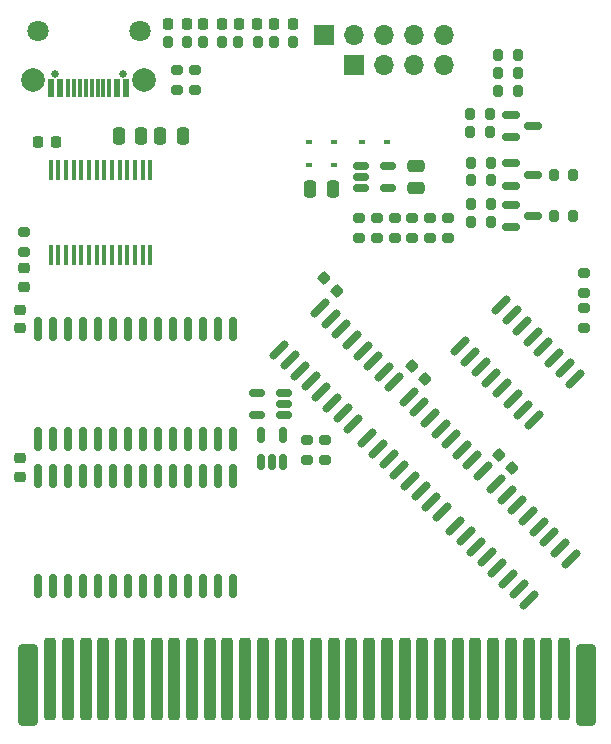
<source format=gbr>
%TF.GenerationSoftware,KiCad,Pcbnew,6.0.7-5.fc37*%
%TF.CreationDate,2022-11-14T12:33:56+01:00*%
%TF.ProjectId,GameboyTestCartridge,47616d65-626f-4795-9465-737443617274,rev?*%
%TF.SameCoordinates,PX9b72ec0PY876bf80*%
%TF.FileFunction,Soldermask,Top*%
%TF.FilePolarity,Negative*%
%FSLAX46Y46*%
G04 Gerber Fmt 4.6, Leading zero omitted, Abs format (unit mm)*
G04 Created by KiCad (PCBNEW 6.0.7-5.fc37) date 2022-11-14 12:33:56*
%MOMM*%
%LPD*%
G01*
G04 APERTURE LIST*
G04 Aperture macros list*
%AMRoundRect*
0 Rectangle with rounded corners*
0 $1 Rounding radius*
0 $2 $3 $4 $5 $6 $7 $8 $9 X,Y pos of 4 corners*
0 Add a 4 corners polygon primitive as box body*
4,1,4,$2,$3,$4,$5,$6,$7,$8,$9,$2,$3,0*
0 Add four circle primitives for the rounded corners*
1,1,$1+$1,$2,$3*
1,1,$1+$1,$4,$5*
1,1,$1+$1,$6,$7*
1,1,$1+$1,$8,$9*
0 Add four rect primitives between the rounded corners*
20,1,$1+$1,$2,$3,$4,$5,0*
20,1,$1+$1,$4,$5,$6,$7,0*
20,1,$1+$1,$6,$7,$8,$9,0*
20,1,$1+$1,$8,$9,$2,$3,0*%
G04 Aperture macros list end*
%ADD10RoundRect,0.150000X0.150000X-0.875000X0.150000X0.875000X-0.150000X0.875000X-0.150000X-0.875000X0*%
%ADD11RoundRect,0.150000X-0.477297X-0.689429X0.689429X0.477297X0.477297X0.689429X-0.689429X-0.477297X0*%
%ADD12RoundRect,0.200000X0.200000X0.275000X-0.200000X0.275000X-0.200000X-0.275000X0.200000X-0.275000X0*%
%ADD13RoundRect,0.200000X-0.275000X0.200000X-0.275000X-0.200000X0.275000X-0.200000X0.275000X0.200000X0*%
%ADD14RoundRect,0.200000X-0.200000X-0.275000X0.200000X-0.275000X0.200000X0.275000X-0.200000X0.275000X0*%
%ADD15RoundRect,0.225000X0.335876X0.017678X0.017678X0.335876X-0.335876X-0.017678X-0.017678X-0.335876X0*%
%ADD16RoundRect,0.225000X0.250000X-0.225000X0.250000X0.225000X-0.250000X0.225000X-0.250000X-0.225000X0*%
%ADD17RoundRect,0.250000X-0.250000X-0.475000X0.250000X-0.475000X0.250000X0.475000X-0.250000X0.475000X0*%
%ADD18RoundRect,0.218750X-0.218750X-0.256250X0.218750X-0.256250X0.218750X0.256250X-0.218750X0.256250X0*%
%ADD19R,1.700000X1.700000*%
%ADD20O,1.700000X1.700000*%
%ADD21RoundRect,0.200000X0.275000X-0.200000X0.275000X0.200000X-0.275000X0.200000X-0.275000X-0.200000X0*%
%ADD22RoundRect,0.150000X0.150000X-0.512500X0.150000X0.512500X-0.150000X0.512500X-0.150000X-0.512500X0*%
%ADD23RoundRect,0.150000X-0.587500X-0.150000X0.587500X-0.150000X0.587500X0.150000X-0.587500X0.150000X0*%
%ADD24R,0.600000X0.450000*%
%ADD25RoundRect,0.250000X-0.475000X0.250000X-0.475000X-0.250000X0.475000X-0.250000X0.475000X0.250000X0*%
%ADD26C,0.650000*%
%ADD27R,0.600000X1.500000*%
%ADD28R,0.300000X1.500000*%
%ADD29C,2.000000*%
%ADD30C,1.800000*%
%ADD31RoundRect,0.225000X-0.250000X0.225000X-0.250000X-0.225000X0.250000X-0.225000X0.250000X0.225000X0*%
%ADD32RoundRect,0.250000X0.250000X0.475000X-0.250000X0.475000X-0.250000X-0.475000X0.250000X-0.475000X0*%
%ADD33RoundRect,0.225000X-0.225000X-0.250000X0.225000X-0.250000X0.225000X0.250000X-0.225000X0.250000X0*%
%ADD34RoundRect,0.437500X-0.437500X-3.062500X0.437500X-3.062500X0.437500X3.062500X-0.437500X3.062500X0*%
%ADD35RoundRect,0.250000X-0.250000X-3.250000X0.250000X-3.250000X0.250000X3.250000X-0.250000X3.250000X0*%
%ADD36R,0.450000X1.750000*%
%ADD37RoundRect,0.150000X-0.512500X-0.150000X0.512500X-0.150000X0.512500X0.150000X-0.512500X0.150000X0*%
%ADD38RoundRect,0.150000X0.512500X0.150000X-0.512500X0.150000X-0.512500X-0.150000X0.512500X-0.150000X0*%
G04 APERTURE END LIST*
D10*
%TO.C,U1*%
X2245000Y12350000D03*
X3515000Y12350000D03*
X4785000Y12350000D03*
X6055000Y12350000D03*
X7325000Y12350000D03*
X8595000Y12350000D03*
X9865000Y12350000D03*
X11135000Y12350000D03*
X12405000Y12350000D03*
X13675000Y12350000D03*
X14945000Y12350000D03*
X16215000Y12350000D03*
X17485000Y12350000D03*
X18755000Y12350000D03*
X18755000Y21650000D03*
X17485000Y21650000D03*
X16215000Y21650000D03*
X14945000Y21650000D03*
X13675000Y21650000D03*
X12405000Y21650000D03*
X11135000Y21650000D03*
X9865000Y21650000D03*
X8595000Y21650000D03*
X7325000Y21650000D03*
X6055000Y21650000D03*
X4785000Y21650000D03*
X3515000Y21650000D03*
X2245000Y21650000D03*
%TD*%
D11*
%TO.C,U8*%
X37906821Y32693000D03*
X38804847Y31794975D03*
X39702872Y30896949D03*
X40600898Y29998924D03*
X41498924Y29100898D03*
X42396949Y28202872D03*
X43294975Y27304847D03*
X44193000Y26406821D03*
X47693179Y29907000D03*
X46795153Y30805025D03*
X45897128Y31703051D03*
X44999102Y32601076D03*
X44101076Y33499102D03*
X43203051Y34397128D03*
X42305025Y35295153D03*
X41407000Y36193179D03*
%TD*%
D12*
%TO.C,R28*%
X42825000Y54300000D03*
X41175000Y54300000D03*
%TD*%
D13*
%TO.C,R11*%
X36900000Y43525000D03*
X36900000Y41875000D03*
%TD*%
%TO.C,R17*%
X29400000Y43525000D03*
X29400000Y41875000D03*
%TD*%
D12*
%TO.C,R26*%
X42825000Y57300000D03*
X41175000Y57300000D03*
%TD*%
D14*
%TO.C,R3*%
X16175000Y58400000D03*
X17825000Y58400000D03*
%TD*%
D13*
%TO.C,R14*%
X33900000Y43525000D03*
X33900000Y41875000D03*
%TD*%
D15*
%TO.C,C6*%
X35000000Y29900000D03*
X33903984Y30996016D03*
%TD*%
D13*
%TO.C,R15*%
X48400000Y38850000D03*
X48400000Y37200000D03*
%TD*%
%TO.C,R1*%
X1000000Y42325000D03*
X1000000Y40675000D03*
%TD*%
D16*
%TO.C,C4*%
X700000Y34225000D03*
X700000Y35775000D03*
%TD*%
D17*
%TO.C,C2*%
X9050000Y50500000D03*
X10950000Y50500000D03*
%TD*%
D18*
%TO.C,D3*%
X19212500Y60000000D03*
X20787500Y60000000D03*
%TD*%
D12*
%TO.C,R23*%
X47525000Y43715751D03*
X45875000Y43715751D03*
%TD*%
D14*
%TO.C,R9*%
X38800000Y52300000D03*
X40450000Y52300000D03*
%TD*%
%TO.C,R4*%
X19175000Y58400000D03*
X20825000Y58400000D03*
%TD*%
D11*
%TO.C,U6*%
X37509872Y17490128D03*
X38407898Y16592103D03*
X39305923Y15694077D03*
X40203949Y14796052D03*
X41101975Y13898026D03*
X42000000Y13000000D03*
X42898026Y12101975D03*
X43796051Y11203949D03*
X47296230Y14704128D03*
X46398204Y15602153D03*
X45500179Y16500179D03*
X44602153Y17398204D03*
X43704127Y18296230D03*
X42806102Y19194256D03*
X41908076Y20092281D03*
X41010051Y20990307D03*
%TD*%
D13*
%TO.C,R19*%
X30900000Y43525000D03*
X30900000Y41875000D03*
%TD*%
%TO.C,R10*%
X32400000Y43525000D03*
X32400000Y41875000D03*
%TD*%
D19*
%TO.C,J1*%
X26425000Y59000000D03*
D20*
X28965000Y59000000D03*
X31505000Y59000000D03*
X34045000Y59000000D03*
X36585000Y59000000D03*
%TD*%
D18*
%TO.C,D2*%
X16212500Y60000000D03*
X17787500Y60000000D03*
%TD*%
D21*
%TO.C,R25*%
X15500000Y54375000D03*
X15500000Y56025000D03*
%TD*%
D22*
%TO.C,U3*%
X21050000Y22862500D03*
X22000000Y22862500D03*
X22950000Y22862500D03*
X22950000Y25137500D03*
X21050000Y25137500D03*
%TD*%
D12*
%TO.C,R22*%
X40525000Y43215751D03*
X38875000Y43215751D03*
%TD*%
D18*
%TO.C,D1*%
X13212500Y60000000D03*
X14787500Y60000000D03*
%TD*%
D14*
%TO.C,R21*%
X38875000Y44715751D03*
X40525000Y44715751D03*
%TD*%
D23*
%TO.C,Q3*%
X42262500Y44665751D03*
X42262500Y42765751D03*
X44137500Y43715751D03*
%TD*%
D24*
%TO.C,D7*%
X29650000Y50000000D03*
X31750000Y50000000D03*
%TD*%
D25*
%TO.C,C9*%
X34200000Y47950000D03*
X34200000Y46050000D03*
%TD*%
D14*
%TO.C,R16*%
X38875000Y48215751D03*
X40525000Y48215751D03*
%TD*%
D26*
%TO.C,J3*%
X3610000Y55750000D03*
X9390000Y55750000D03*
D27*
X3300000Y54500000D03*
X9700000Y54500000D03*
X4100000Y54500000D03*
X8900000Y54500000D03*
D28*
X7750000Y54500000D03*
X6750000Y54500000D03*
X6250000Y54500000D03*
X5250000Y54500000D03*
X4750000Y54500000D03*
X5750000Y54500000D03*
X7250000Y54500000D03*
X8250000Y54500000D03*
D29*
X11200000Y55250000D03*
X1800000Y55250000D03*
D30*
X2180000Y59400000D03*
X10820000Y59400000D03*
%TD*%
D31*
%TO.C,C1*%
X1000000Y39275000D03*
X1000000Y37725000D03*
%TD*%
D14*
%TO.C,R5*%
X22175000Y58400000D03*
X23825000Y58400000D03*
%TD*%
D23*
%TO.C,Q1*%
X42250000Y52265751D03*
X42250000Y50365751D03*
X44125000Y51315751D03*
%TD*%
D15*
%TO.C,C5*%
X27548008Y37351992D03*
X26451992Y38448008D03*
%TD*%
D10*
%TO.C,U2*%
X2245000Y24850000D03*
X3515000Y24850000D03*
X4785000Y24850000D03*
X6055000Y24850000D03*
X7325000Y24850000D03*
X8595000Y24850000D03*
X9865000Y24850000D03*
X11135000Y24850000D03*
X12405000Y24850000D03*
X13675000Y24850000D03*
X14945000Y24850000D03*
X16215000Y24850000D03*
X17485000Y24850000D03*
X18755000Y24850000D03*
X18755000Y34150000D03*
X17485000Y34150000D03*
X16215000Y34150000D03*
X14945000Y34150000D03*
X13675000Y34150000D03*
X12405000Y34150000D03*
X11135000Y34150000D03*
X9865000Y34150000D03*
X8595000Y34150000D03*
X7325000Y34150000D03*
X6055000Y34150000D03*
X4785000Y34150000D03*
X3515000Y34150000D03*
X2245000Y34150000D03*
%TD*%
D13*
%TO.C,R6*%
X25000000Y24725000D03*
X25000000Y23075000D03*
%TD*%
D21*
%TO.C,R24*%
X14000000Y54375000D03*
X14000000Y56025000D03*
%TD*%
D32*
%TO.C,C8*%
X27150000Y46000000D03*
X25250000Y46000000D03*
%TD*%
D33*
%TO.C,C10*%
X2225000Y50000000D03*
X3775000Y50000000D03*
%TD*%
D23*
%TO.C,Q2*%
X42262500Y48165751D03*
X42262500Y46265751D03*
X44137500Y47215751D03*
%TD*%
D11*
%TO.C,U5*%
X30106821Y24893000D03*
X31004847Y23994975D03*
X31902872Y23096949D03*
X32800898Y22198924D03*
X33698924Y21300898D03*
X34596949Y20402872D03*
X35494975Y19504847D03*
X36393000Y18606821D03*
X39893179Y22107000D03*
X38995153Y23005025D03*
X38097128Y23903051D03*
X37199102Y24801076D03*
X36301076Y25699102D03*
X35403051Y26597128D03*
X34505025Y27495153D03*
X33607000Y28393179D03*
%TD*%
D19*
%TO.C,J2*%
X28965000Y56460000D03*
D20*
X31505000Y56460000D03*
X34045000Y56460000D03*
X36585000Y56460000D03*
%TD*%
D12*
%TO.C,R27*%
X42825000Y55800000D03*
X41175000Y55800000D03*
%TD*%
D32*
%TO.C,C11*%
X14450000Y50500000D03*
X12550000Y50500000D03*
%TD*%
D34*
%TO.C,J4*%
X1375000Y4000000D03*
D35*
X3250000Y4500000D03*
X4750000Y4500000D03*
X6250000Y4500000D03*
X7750000Y4500000D03*
X9250000Y4500000D03*
X10750000Y4500000D03*
X12250000Y4500000D03*
X13750000Y4500000D03*
X15250000Y4500000D03*
X16750000Y4500000D03*
X18250000Y4500000D03*
X19750000Y4500000D03*
X21250000Y4500000D03*
X22750000Y4500000D03*
X24250000Y4500000D03*
X25750000Y4500000D03*
X27250000Y4500000D03*
X28750000Y4500000D03*
X30250000Y4500000D03*
X31750000Y4500000D03*
X33250000Y4500000D03*
X34750000Y4500000D03*
X36250000Y4500000D03*
X37750000Y4500000D03*
X39250000Y4500000D03*
X40750000Y4500000D03*
X42250000Y4500000D03*
X43750000Y4500000D03*
X45250000Y4500000D03*
X46750000Y4500000D03*
D34*
X48625000Y4000000D03*
%TD*%
D15*
%TO.C,C7*%
X42300000Y22400000D03*
X41203984Y23496016D03*
%TD*%
D24*
%TO.C,D6*%
X27250000Y48000000D03*
X25150000Y48000000D03*
%TD*%
D12*
%TO.C,R20*%
X47525000Y47215751D03*
X45875000Y47215751D03*
%TD*%
D14*
%TO.C,R7*%
X38800000Y50800000D03*
X40450000Y50800000D03*
%TD*%
D16*
%TO.C,C3*%
X700000Y21625000D03*
X700000Y23175000D03*
%TD*%
D24*
%TO.C,D5*%
X27250000Y50000000D03*
X25150000Y50000000D03*
%TD*%
D36*
%TO.C,U7*%
X3275000Y40400000D03*
X3925000Y40400000D03*
X4575000Y40400000D03*
X5225000Y40400000D03*
X5875000Y40400000D03*
X6525000Y40400000D03*
X7175000Y40400000D03*
X7825000Y40400000D03*
X8475000Y40400000D03*
X9125000Y40400000D03*
X9775000Y40400000D03*
X10425000Y40400000D03*
X11075000Y40400000D03*
X11725000Y40400000D03*
X11725000Y47600000D03*
X11075000Y47600000D03*
X10425000Y47600000D03*
X9775000Y47600000D03*
X9125000Y47600000D03*
X8475000Y47600000D03*
X7825000Y47600000D03*
X7175000Y47600000D03*
X6525000Y47600000D03*
X5875000Y47600000D03*
X5225000Y47600000D03*
X4575000Y47600000D03*
X3925000Y47600000D03*
X3275000Y47600000D03*
%TD*%
D21*
%TO.C,R13*%
X48400000Y34250000D03*
X48400000Y35900000D03*
%TD*%
D13*
%TO.C,R12*%
X35400000Y43525000D03*
X35400000Y41875000D03*
%TD*%
D37*
%TO.C,U9*%
X29562500Y47950000D03*
X29562500Y47000000D03*
X29562500Y46050000D03*
X31837500Y46050000D03*
X31837500Y47950000D03*
%TD*%
D14*
%TO.C,R2*%
X13175000Y58400000D03*
X14825000Y58400000D03*
%TD*%
D13*
%TO.C,R8*%
X26500000Y24725000D03*
X26500000Y23075000D03*
%TD*%
D38*
%TO.C,U10*%
X23037500Y26850000D03*
X23037500Y27800000D03*
X23037500Y28750000D03*
X20762500Y28750000D03*
X20762500Y26850000D03*
%TD*%
D18*
%TO.C,D4*%
X22212500Y60000000D03*
X23787500Y60000000D03*
%TD*%
D11*
%TO.C,U4*%
X22606821Y32393000D03*
X23504847Y31494975D03*
X24402872Y30596949D03*
X25300898Y29698924D03*
X26198924Y28800898D03*
X27096949Y27902872D03*
X27994975Y27004847D03*
X28893000Y26106821D03*
X32393179Y29607000D03*
X31495153Y30505025D03*
X30597128Y31403051D03*
X29699102Y32301076D03*
X28801076Y33199102D03*
X27903051Y34097128D03*
X27005025Y34995153D03*
X26107000Y35893179D03*
%TD*%
D12*
%TO.C,R18*%
X40525000Y46715751D03*
X38875000Y46715751D03*
%TD*%
M02*

</source>
